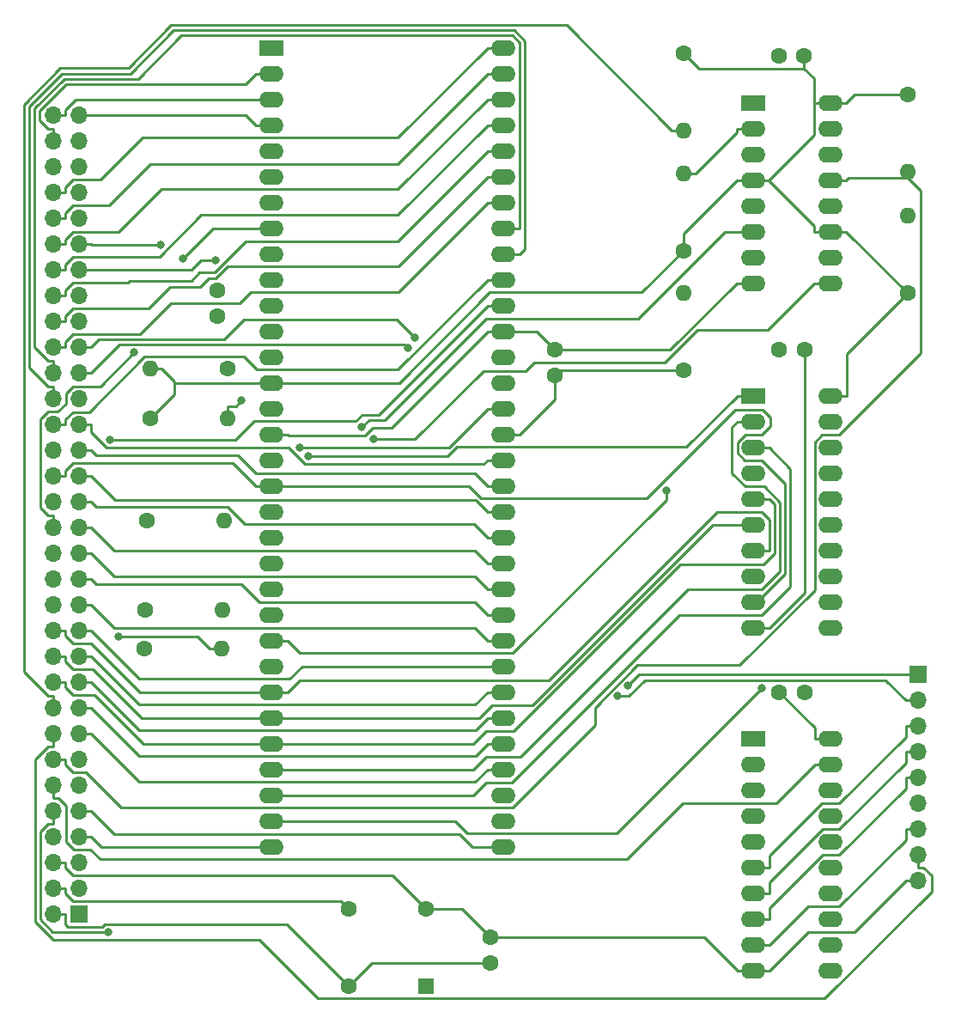
<source format=gtl>
G04 #@! TF.GenerationSoftware,KiCad,Pcbnew,(6.0.2)*
G04 #@! TF.CreationDate,2022-11-06T15:06:24-08:00*
G04 #@! TF.ProjectId,CPU Board,43505520-426f-4617-9264-2e6b69636164,1.0*
G04 #@! TF.SameCoordinates,Original*
G04 #@! TF.FileFunction,Copper,L1,Top*
G04 #@! TF.FilePolarity,Positive*
%FSLAX46Y46*%
G04 Gerber Fmt 4.6, Leading zero omitted, Abs format (unit mm)*
G04 Created by KiCad (PCBNEW (6.0.2)) date 2022-11-06 15:06:24*
%MOMM*%
%LPD*%
G01*
G04 APERTURE LIST*
G04 #@! TA.AperFunction,ComponentPad*
%ADD10O,1.700000X1.700000*%
G04 #@! TD*
G04 #@! TA.AperFunction,ComponentPad*
%ADD11R,1.700000X1.700000*%
G04 #@! TD*
G04 #@! TA.AperFunction,ComponentPad*
%ADD12C,1.600000*%
G04 #@! TD*
G04 #@! TA.AperFunction,ComponentPad*
%ADD13O,1.600000X1.600000*%
G04 #@! TD*
G04 #@! TA.AperFunction,ComponentPad*
%ADD14R,2.400000X1.600000*%
G04 #@! TD*
G04 #@! TA.AperFunction,ComponentPad*
%ADD15O,2.400000X1.600000*%
G04 #@! TD*
G04 #@! TA.AperFunction,ComponentPad*
%ADD16R,1.600000X1.600000*%
G04 #@! TD*
G04 #@! TA.AperFunction,ViaPad*
%ADD17C,0.800000*%
G04 #@! TD*
G04 #@! TA.AperFunction,Conductor*
%ADD18C,0.254000*%
G04 #@! TD*
G04 APERTURE END LIST*
D10*
X185928000Y-132588000D03*
X185928000Y-130048000D03*
X185928000Y-127508000D03*
X185928000Y-124968000D03*
X185928000Y-122428000D03*
X185928000Y-119888000D03*
X185928000Y-117348000D03*
X185928000Y-114808000D03*
D11*
X185928000Y-112268000D03*
D12*
X117800000Y-82150000D03*
D13*
X110180000Y-82150000D03*
D12*
X172222000Y-114046000D03*
X174722000Y-114046000D03*
D14*
X169620000Y-55940000D03*
D15*
X169620000Y-58480000D03*
X169620000Y-61020000D03*
X169620000Y-63560000D03*
X169620000Y-66100000D03*
X169620000Y-68640000D03*
X169620000Y-71180000D03*
X169620000Y-73720000D03*
X177240000Y-73720000D03*
X177240000Y-71180000D03*
X177240000Y-68640000D03*
X177240000Y-66100000D03*
X177240000Y-63560000D03*
X177240000Y-61020000D03*
X177240000Y-58480000D03*
X177240000Y-55940000D03*
D12*
X110180000Y-87012000D03*
D13*
X117800000Y-87012000D03*
D16*
X137414000Y-143002000D03*
D12*
X137414000Y-135382000D03*
X129794000Y-135382000D03*
X129794000Y-143002000D03*
X172202000Y-80259000D03*
X174702000Y-80259000D03*
X109870000Y-97122000D03*
D13*
X117490000Y-97122000D03*
D11*
X103160000Y-135895000D03*
D10*
X100620000Y-135895000D03*
X103160000Y-133355000D03*
X100620000Y-133355000D03*
X103160000Y-130815000D03*
X100620000Y-130815000D03*
X103160000Y-128275000D03*
X100620000Y-128275000D03*
X103160000Y-125735000D03*
X100620000Y-125735000D03*
X103160000Y-123195000D03*
X100620000Y-123195000D03*
X103160000Y-120655000D03*
X100620000Y-120655000D03*
X103160000Y-118115000D03*
X100620000Y-118115000D03*
X103160000Y-115575000D03*
X100620000Y-115575000D03*
X103160000Y-113035000D03*
X100620000Y-113035000D03*
X103160000Y-110495000D03*
X100620000Y-110495000D03*
X103160000Y-107955000D03*
X100620000Y-107955000D03*
X103160000Y-105415000D03*
X100620000Y-105415000D03*
X103160000Y-102875000D03*
X100620000Y-102875000D03*
X103160000Y-100335000D03*
X100620000Y-100335000D03*
X103160000Y-97795000D03*
X100620000Y-97795000D03*
X103160000Y-95255000D03*
X100620000Y-95255000D03*
X103160000Y-92715000D03*
X100620000Y-92715000D03*
X103160000Y-90175000D03*
X100620000Y-90175000D03*
X103160000Y-87635000D03*
X100620000Y-87635000D03*
X103160000Y-85095000D03*
X100620000Y-85095000D03*
X103160000Y-82555000D03*
X100620000Y-82555000D03*
X103160000Y-80015000D03*
X100620000Y-80015000D03*
X103160000Y-77475000D03*
X100620000Y-77475000D03*
X103160000Y-74935000D03*
X100620000Y-74935000D03*
X103160000Y-72395000D03*
X100620000Y-72395000D03*
X103160000Y-69855000D03*
X100620000Y-69855000D03*
X103160000Y-67315000D03*
X100620000Y-67315000D03*
X103160000Y-64775000D03*
X100620000Y-64775000D03*
X103160000Y-62235000D03*
X100620000Y-62235000D03*
X103160000Y-59695000D03*
X100620000Y-59695000D03*
X103160000Y-57155000D03*
X100620000Y-57155000D03*
D12*
X184912000Y-74676000D03*
D13*
X184912000Y-67056000D03*
D12*
X174670000Y-51310000D03*
X172170000Y-51310000D03*
D14*
X169672000Y-84836000D03*
D15*
X169672000Y-87376000D03*
X169672000Y-89916000D03*
X169672000Y-92456000D03*
X169672000Y-94996000D03*
X169672000Y-97536000D03*
X169672000Y-100076000D03*
X169672000Y-102616000D03*
X169672000Y-105156000D03*
X169672000Y-107696000D03*
X177292000Y-107696000D03*
X177292000Y-105156000D03*
X177292000Y-102616000D03*
X177292000Y-100076000D03*
X177292000Y-97536000D03*
X177292000Y-94996000D03*
X177292000Y-92456000D03*
X177292000Y-89916000D03*
X177292000Y-87376000D03*
X177292000Y-84836000D03*
D12*
X162814000Y-70485000D03*
D13*
X162814000Y-62865000D03*
D12*
X162814000Y-51054000D03*
D13*
X162814000Y-58674000D03*
D14*
X169672000Y-118618000D03*
D15*
X169672000Y-121158000D03*
X169672000Y-123698000D03*
X169672000Y-126238000D03*
X169672000Y-128778000D03*
X169672000Y-131318000D03*
X169672000Y-133858000D03*
X169672000Y-136398000D03*
X169672000Y-138938000D03*
X169672000Y-141478000D03*
X177292000Y-141478000D03*
X177292000Y-138938000D03*
X177292000Y-136398000D03*
X177292000Y-133858000D03*
X177292000Y-131318000D03*
X177292000Y-128778000D03*
X177292000Y-126238000D03*
X177292000Y-123698000D03*
X177292000Y-121158000D03*
X177292000Y-118618000D03*
D12*
X150114000Y-80284000D03*
X150114000Y-82784000D03*
X109640000Y-109722000D03*
D13*
X117260000Y-109722000D03*
D12*
X143764000Y-140696000D03*
X143764000Y-138196000D03*
X109700000Y-105942000D03*
D13*
X117320000Y-105942000D03*
D14*
X122179000Y-50541000D03*
D15*
X122179000Y-53081000D03*
X122179000Y-55621000D03*
X122179000Y-58161000D03*
X122179000Y-60701000D03*
X122179000Y-63241000D03*
X122179000Y-65781000D03*
X122179000Y-68321000D03*
X122179000Y-70861000D03*
X122179000Y-73401000D03*
X122179000Y-75941000D03*
X122179000Y-78481000D03*
X122179000Y-81021000D03*
X122179000Y-83561000D03*
X122179000Y-86101000D03*
X122179000Y-88641000D03*
X122179000Y-91181000D03*
X122179000Y-93721000D03*
X122179000Y-96261000D03*
X122179000Y-98801000D03*
X122179000Y-101341000D03*
X122179000Y-103881000D03*
X122179000Y-106421000D03*
X122179000Y-108961000D03*
X122179000Y-111501000D03*
X122179000Y-114041000D03*
X122179000Y-116581000D03*
X122179000Y-119121000D03*
X122179000Y-121661000D03*
X122179000Y-124201000D03*
X122179000Y-126741000D03*
X122179000Y-129281000D03*
X145039000Y-129281000D03*
X145039000Y-126741000D03*
X145039000Y-124201000D03*
X145039000Y-121661000D03*
X145039000Y-119121000D03*
X145039000Y-116581000D03*
X145039000Y-114041000D03*
X145039000Y-111501000D03*
X145039000Y-108961000D03*
X145039000Y-106421000D03*
X145039000Y-103881000D03*
X145039000Y-101341000D03*
X145039000Y-98801000D03*
X145039000Y-96261000D03*
X145039000Y-93721000D03*
X145039000Y-91181000D03*
X145039000Y-88641000D03*
X145039000Y-86101000D03*
X145039000Y-83561000D03*
X145039000Y-81021000D03*
X145039000Y-78481000D03*
X145039000Y-75941000D03*
X145039000Y-73401000D03*
X145039000Y-70861000D03*
X145039000Y-68321000D03*
X145039000Y-65781000D03*
X145039000Y-63241000D03*
X145039000Y-60701000D03*
X145039000Y-58161000D03*
X145039000Y-55621000D03*
X145039000Y-53081000D03*
X145039000Y-50541000D03*
D12*
X116840000Y-76942000D03*
X116840000Y-74442000D03*
X162814000Y-82296000D03*
D13*
X162814000Y-74676000D03*
D12*
X184912000Y-55118000D03*
D13*
X184912000Y-62738000D03*
D17*
X106037500Y-137647600D03*
X132219500Y-89095400D03*
X161076500Y-94137600D03*
X131066000Y-87894200D03*
X119200000Y-85281000D03*
X111220000Y-69901000D03*
X116660500Y-71423800D03*
X156309000Y-114395400D03*
X157325700Y-113378600D03*
X113432800Y-71301200D03*
X108639900Y-80543600D03*
X106248400Y-89117900D03*
X125793000Y-90739700D03*
X107116900Y-108520700D03*
X136308000Y-79060600D03*
X135637300Y-80108900D03*
X124959600Y-89906700D03*
X170515000Y-113617600D03*
D18*
X101130200Y-124426300D02*
X100620000Y-124426300D01*
X101890000Y-125186100D02*
X101130200Y-124426300D01*
X101890000Y-128747700D02*
X101890000Y-125186100D01*
X102648700Y-129506400D02*
X101890000Y-128747700D01*
X104317900Y-129506400D02*
X102648700Y-129506400D01*
X105283100Y-130471600D02*
X104317900Y-129506400D01*
X157225200Y-130471600D02*
X105283100Y-130471600D01*
X162728800Y-124968000D02*
X157225200Y-130471600D01*
X171900700Y-124968000D02*
X162728800Y-124968000D01*
X175710700Y-121158000D02*
X171900700Y-124968000D01*
X177292000Y-121158000D02*
X175710700Y-121158000D01*
X100620000Y-123195000D02*
X100620000Y-124426300D01*
X100109800Y-126966300D02*
X100620000Y-126966300D01*
X99359000Y-127717100D02*
X100109800Y-126966300D01*
X99359000Y-136412700D02*
X99359000Y-127717100D01*
X100593900Y-137647600D02*
X99359000Y-136412700D01*
X106037500Y-137647600D02*
X100593900Y-137647600D01*
X100620000Y-125735000D02*
X100620000Y-126966300D01*
X177240000Y-73720000D02*
X175658700Y-73720000D01*
X136328400Y-89095400D02*
X132219500Y-89095400D01*
X143044200Y-82379600D02*
X136328400Y-89095400D01*
X147214600Y-82379600D02*
X143044200Y-82379600D01*
X148060200Y-81534000D02*
X147214600Y-82379600D01*
X160943700Y-81534000D02*
X148060200Y-81534000D01*
X164168800Y-78308900D02*
X160943700Y-81534000D01*
X171069800Y-78308900D02*
X164168800Y-78308900D01*
X175658700Y-73720000D02*
X171069800Y-78308900D01*
X161076500Y-95046600D02*
X161076500Y-94137600D01*
X145971500Y-110151600D02*
X161076500Y-95046600D01*
X124950900Y-110151600D02*
X145971500Y-110151600D01*
X123760300Y-108961000D02*
X124950900Y-110151600D01*
X122179000Y-108961000D02*
X123760300Y-108961000D01*
X131807400Y-87152800D02*
X131066000Y-87894200D01*
X133376400Y-87152800D02*
X131807400Y-87152800D01*
X143318200Y-77211000D02*
X133376400Y-87152800D01*
X158311800Y-77211000D02*
X143318200Y-77211000D01*
X166882800Y-68640000D02*
X158311800Y-77211000D01*
X169620000Y-68640000D02*
X166882800Y-68640000D01*
X100620000Y-115575000D02*
X100620000Y-114343700D01*
X162814000Y-58674000D02*
X161632700Y-58674000D01*
X100109800Y-114343700D02*
X100620000Y-114343700D01*
X97774100Y-112008000D02*
X100109800Y-114343700D01*
X97774100Y-56080200D02*
X97774100Y-112008000D01*
X101358000Y-52496300D02*
X97774100Y-56080200D01*
X108063400Y-52496300D02*
X101358000Y-52496300D01*
X112272400Y-48287300D02*
X108063400Y-52496300D01*
X151246000Y-48287300D02*
X112272400Y-48287300D01*
X161632700Y-58674000D02*
X151246000Y-48287300D01*
X110180000Y-82150000D02*
X111361300Y-82150000D01*
X132100000Y-140696000D02*
X129794000Y-143002000D01*
X143764000Y-140696000D02*
X132100000Y-140696000D01*
X169620000Y-63560000D02*
X168038700Y-63560000D01*
X100620000Y-135895000D02*
X101851300Y-135895000D01*
X122179000Y-83561000D02*
X120597700Y-83561000D01*
X177240000Y-55940000D02*
X175785800Y-55940000D01*
X179643300Y-55118000D02*
X178821300Y-55940000D01*
X184912000Y-55118000D02*
X179643300Y-55118000D01*
X177240000Y-55940000D02*
X178821300Y-55940000D01*
X162814000Y-68784700D02*
X168038700Y-63560000D01*
X162814000Y-70485000D02*
X162814000Y-68784700D01*
X174670000Y-52526300D02*
X174670000Y-51310000D01*
X164286300Y-52526300D02*
X162814000Y-51054000D01*
X174670000Y-52526300D02*
X164286300Y-52526300D01*
X177292000Y-84836000D02*
X178873300Y-84836000D01*
X120597700Y-83561000D02*
X112578400Y-83561000D01*
X112578400Y-83367100D02*
X112578400Y-83561000D01*
X111361300Y-82150000D02*
X112578400Y-83367100D01*
X112578400Y-84613600D02*
X110180000Y-87012000D01*
X112578400Y-83561000D02*
X112578400Y-84613600D01*
X122179000Y-83561000D02*
X123760300Y-83561000D01*
X101851300Y-136895500D02*
X101851300Y-135895000D01*
X102082100Y-137126300D02*
X101851300Y-136895500D01*
X105454000Y-137126300D02*
X102082100Y-137126300D01*
X105714000Y-136866300D02*
X105454000Y-137126300D01*
X123658300Y-136866300D02*
X105714000Y-136866300D01*
X129794000Y-143002000D02*
X123658300Y-136866300D01*
X175658700Y-53515000D02*
X174670000Y-52526300D01*
X175658700Y-55940000D02*
X175658700Y-53515000D01*
X175785800Y-55940000D02*
X175658700Y-55940000D01*
X175658700Y-59102600D02*
X171201300Y-63560000D01*
X175658700Y-55940000D02*
X175658700Y-59102600D01*
X177240000Y-68640000D02*
X178821300Y-68640000D01*
X169620000Y-63560000D02*
X171074200Y-63560000D01*
X171074200Y-63560000D02*
X171201300Y-63560000D01*
X175658700Y-68017400D02*
X175658700Y-68640000D01*
X171201300Y-63560000D02*
X175658700Y-68017400D01*
X177240000Y-68640000D02*
X175658700Y-68640000D01*
X158689500Y-74609500D02*
X162814000Y-70485000D01*
X143686700Y-74609500D02*
X158689500Y-74609500D01*
X134735200Y-83561000D02*
X143686700Y-74609500D01*
X123760300Y-83561000D02*
X134735200Y-83561000D01*
X145039000Y-88641000D02*
X146620300Y-88641000D01*
X150602000Y-82296000D02*
X150114000Y-82784000D01*
X162814000Y-82296000D02*
X150602000Y-82296000D01*
X150114000Y-85147300D02*
X146620300Y-88641000D01*
X150114000Y-82784000D02*
X150114000Y-85147300D01*
X178821300Y-68640000D02*
X184884700Y-74703300D01*
X178873300Y-80714700D02*
X184884700Y-74703300D01*
X178873300Y-84836000D02*
X178873300Y-80714700D01*
X184884700Y-74703300D02*
X184912000Y-74676000D01*
X175710700Y-117534700D02*
X175710700Y-118618000D01*
X172222000Y-114046000D02*
X175710700Y-117534700D01*
X177292000Y-118618000D02*
X175710700Y-118618000D01*
X118650300Y-85830700D02*
X117800000Y-85830700D01*
X119200000Y-85281000D02*
X118650300Y-85830700D01*
X117800000Y-87012000D02*
X117800000Y-85830700D01*
X103160000Y-69855000D02*
X104391300Y-69855000D01*
X104437300Y-69901000D02*
X111220000Y-69901000D01*
X104391300Y-69855000D02*
X104437300Y-69901000D01*
X103160000Y-72395000D02*
X104391300Y-72395000D01*
X114254400Y-72395000D02*
X104391300Y-72395000D01*
X115225600Y-71423800D02*
X114254400Y-72395000D01*
X116660500Y-71423800D02*
X115225600Y-71423800D01*
X100620000Y-107955000D02*
X101851300Y-107955000D01*
X122179000Y-114041000D02*
X123760300Y-114041000D01*
X169672000Y-100076000D02*
X171253300Y-100076000D01*
X109213900Y-114041000D02*
X122179000Y-114041000D01*
X104397900Y-109225000D02*
X109213900Y-114041000D01*
X102611100Y-109225000D02*
X104397900Y-109225000D01*
X101851300Y-108465200D02*
X102611100Y-109225000D01*
X101851300Y-107955000D02*
X101851300Y-108465200D01*
X171253300Y-97018200D02*
X171253300Y-100076000D01*
X170501100Y-96266000D02*
X171253300Y-97018200D01*
X166087200Y-96266000D02*
X170501100Y-96266000D01*
X149493600Y-112859600D02*
X166087200Y-96266000D01*
X124941700Y-112859600D02*
X149493600Y-112859600D01*
X123760300Y-114041000D02*
X124941700Y-112859600D01*
X100620000Y-110495000D02*
X101851300Y-110495000D01*
X109357200Y-116581000D02*
X122179000Y-116581000D01*
X104541200Y-111765000D02*
X109357200Y-116581000D01*
X102611100Y-111765000D02*
X104541200Y-111765000D01*
X101851300Y-111005200D02*
X102611100Y-111765000D01*
X101851300Y-110495000D02*
X101851300Y-111005200D01*
X169672000Y-97536000D02*
X168090700Y-97536000D01*
X165666000Y-97536000D02*
X168090700Y-97536000D01*
X147891000Y-115311000D02*
X165666000Y-97536000D01*
X143915400Y-115311000D02*
X147891000Y-115311000D01*
X142645400Y-116581000D02*
X143915400Y-115311000D01*
X122179000Y-116581000D02*
X142645400Y-116581000D01*
X100620000Y-113035000D02*
X101851300Y-113035000D01*
X169672000Y-94996000D02*
X171253300Y-94996000D01*
X109530800Y-119121000D02*
X122179000Y-119121000D01*
X104714800Y-114305000D02*
X109530800Y-119121000D01*
X102611100Y-114305000D02*
X104714800Y-114305000D01*
X101851300Y-113545200D02*
X102611100Y-114305000D01*
X101851300Y-113035000D02*
X101851300Y-113545200D01*
X142048200Y-119121000D02*
X122179000Y-119121000D01*
X143294800Y-117874400D02*
X142048200Y-119121000D01*
X146046600Y-117874400D02*
X143294800Y-117874400D01*
X162501300Y-101419700D02*
X146046600Y-117874400D01*
X170644000Y-101419700D02*
X162501300Y-101419700D01*
X171771700Y-100292000D02*
X170644000Y-101419700D01*
X171771700Y-95514400D02*
X171771700Y-100292000D01*
X171253300Y-94996000D02*
X171771700Y-95514400D01*
X100620000Y-118115000D02*
X100620000Y-119346300D01*
X185928000Y-130048000D02*
X185928000Y-131279300D01*
X186438200Y-131279300D02*
X185928000Y-131279300D01*
X187236600Y-132077700D02*
X186438200Y-131279300D01*
X187236600Y-133636400D02*
X187236600Y-132077700D01*
X176689600Y-144183400D02*
X187236600Y-133636400D01*
X126756300Y-144183400D02*
X176689600Y-144183400D01*
X121001800Y-138428900D02*
X126756300Y-144183400D01*
X100656400Y-138428900D02*
X121001800Y-138428900D01*
X98850700Y-136623200D02*
X100656400Y-138428900D01*
X98850700Y-120653900D02*
X98850700Y-136623200D01*
X100158300Y-119346300D02*
X98850700Y-120653900D01*
X100620000Y-119346300D02*
X100158300Y-119346300D01*
X184696700Y-128559000D02*
X184696700Y-127508000D01*
X178127700Y-135128000D02*
X184696700Y-128559000D01*
X175063300Y-135128000D02*
X178127700Y-135128000D01*
X171253300Y-138938000D02*
X175063300Y-135128000D01*
X169672000Y-138938000D02*
X171253300Y-138938000D01*
X185928000Y-127508000D02*
X184696700Y-127508000D01*
X100620000Y-92715000D02*
X101851300Y-92715000D01*
X122069500Y-93721000D02*
X120597700Y-93721000D01*
X118321700Y-91445000D02*
X120597700Y-93721000D01*
X102611100Y-91445000D02*
X118321700Y-91445000D01*
X101851300Y-92204800D02*
X102611100Y-91445000D01*
X101851300Y-92715000D02*
X101851300Y-92204800D01*
X122069500Y-93721000D02*
X122179000Y-93721000D01*
X141636700Y-93721000D02*
X122179000Y-93721000D01*
X142848400Y-94932700D02*
X141636700Y-93721000D01*
X159176700Y-94932700D02*
X142848400Y-94932700D01*
X167917600Y-86191800D02*
X159176700Y-94932700D01*
X170596600Y-86191800D02*
X167917600Y-86191800D01*
X171324900Y-86920100D02*
X170596600Y-86191800D01*
X171324900Y-87793900D02*
X171324900Y-86920100D01*
X170472800Y-88646000D02*
X171324900Y-87793900D01*
X168857300Y-88646000D02*
X170472800Y-88646000D01*
X168090700Y-89412600D02*
X168857300Y-88646000D01*
X168090700Y-90441900D02*
X168090700Y-89412600D01*
X168834800Y-91186000D02*
X168090700Y-90441900D01*
X170514100Y-91186000D02*
X168834800Y-91186000D01*
X172813500Y-93485400D02*
X170514100Y-91186000D01*
X172813500Y-102311400D02*
X172813500Y-93485400D01*
X169968900Y-105156000D02*
X172813500Y-102311400D01*
X169672000Y-105156000D02*
X169968900Y-105156000D01*
X185928000Y-114808000D02*
X184696700Y-114808000D01*
X182714700Y-112826000D02*
X184696700Y-114808000D01*
X158983100Y-112826000D02*
X182714700Y-112826000D01*
X157413700Y-114395400D02*
X158983100Y-112826000D01*
X156309000Y-114395400D02*
X157413700Y-114395400D01*
X185928000Y-112268000D02*
X184696700Y-112268000D01*
X158436300Y-112268000D02*
X184696700Y-112268000D01*
X157325700Y-113378600D02*
X158436300Y-112268000D01*
X184696700Y-123479000D02*
X184696700Y-122428000D01*
X178127700Y-130048000D02*
X184696700Y-123479000D01*
X176491400Y-130048000D02*
X178127700Y-130048000D01*
X171253300Y-135286100D02*
X176491400Y-130048000D01*
X171253300Y-136398000D02*
X171253300Y-135286100D01*
X169672000Y-136398000D02*
X171253300Y-136398000D01*
X185928000Y-122428000D02*
X184696700Y-122428000D01*
X116413000Y-68321000D02*
X113432800Y-71301200D01*
X122179000Y-68321000D02*
X116413000Y-68321000D01*
X100109800Y-96563700D02*
X100620000Y-96563700D01*
X99363200Y-95817100D02*
X100109800Y-96563700D01*
X99363200Y-87142800D02*
X99363200Y-95817100D01*
X100141000Y-86365000D02*
X99363200Y-87142800D01*
X101108400Y-86365000D02*
X100141000Y-86365000D01*
X101890000Y-85583400D02*
X101108400Y-86365000D01*
X101890000Y-84547300D02*
X101890000Y-85583400D01*
X102573700Y-83863600D02*
X101890000Y-84547300D01*
X105319900Y-83863600D02*
X102573700Y-83863600D01*
X108639900Y-80543600D02*
X105319900Y-83863600D01*
X100620000Y-97795000D02*
X100620000Y-96563700D01*
X184696700Y-120939000D02*
X184696700Y-119888000D01*
X178127700Y-127508000D02*
X184696700Y-120939000D01*
X176491400Y-127508000D02*
X178127700Y-127508000D01*
X171253300Y-132746100D02*
X176491400Y-127508000D01*
X171253300Y-133858000D02*
X171253300Y-132746100D01*
X169672000Y-133858000D02*
X171253300Y-133858000D01*
X185928000Y-119888000D02*
X184696700Y-119888000D01*
X145039000Y-75941000D02*
X143457700Y-75941000D01*
X118633200Y-89117900D02*
X106248400Y-89117900D01*
X120468700Y-87282400D02*
X118633200Y-89117900D01*
X130464700Y-87282400D02*
X120468700Y-87282400D01*
X131102600Y-86644500D02*
X130464700Y-87282400D01*
X132754200Y-86644500D02*
X131102600Y-86644500D01*
X143457700Y-75941000D02*
X132754200Y-86644500D01*
X100620000Y-87635000D02*
X101851300Y-87635000D01*
X145039000Y-73401000D02*
X143457700Y-73401000D01*
X134635200Y-82223500D02*
X143457700Y-73401000D01*
X120723100Y-82223500D02*
X134635200Y-82223500D01*
X119468200Y-80968600D02*
X120723100Y-82223500D01*
X109661700Y-80968600D02*
X119468200Y-80968600D01*
X104226700Y-86403600D02*
X109661700Y-80968600D01*
X102572500Y-86403600D02*
X104226700Y-86403600D01*
X101851300Y-87124800D02*
X102572500Y-86403600D01*
X101851300Y-87635000D02*
X101851300Y-87124800D01*
X147171900Y-70309400D02*
X146620300Y-70861000D01*
X147171900Y-49815200D02*
X147171900Y-70309400D01*
X146152300Y-48795600D02*
X147171900Y-49815200D01*
X112526400Y-48795600D02*
X146152300Y-48795600D01*
X108263600Y-53058400D02*
X112526400Y-48795600D01*
X101514700Y-53058400D02*
X108263600Y-53058400D01*
X98282400Y-56290700D02*
X101514700Y-53058400D01*
X98282400Y-81987900D02*
X98282400Y-56290700D01*
X100158200Y-83863700D02*
X98282400Y-81987900D01*
X100620000Y-83863700D02*
X100158200Y-83863700D01*
X100620000Y-85095000D02*
X100620000Y-83863700D01*
X145039000Y-70861000D02*
X146620300Y-70861000D01*
X100109800Y-81323700D02*
X100620000Y-81323700D01*
X98790700Y-80004600D02*
X100109800Y-81323700D01*
X98790700Y-56501200D02*
X98790700Y-80004600D01*
X101725100Y-53566800D02*
X98790700Y-56501200D01*
X108994000Y-53566800D02*
X101725100Y-53566800D01*
X113256900Y-49303900D02*
X108994000Y-53566800D01*
X145923400Y-49303900D02*
X113256900Y-49303900D01*
X146620300Y-50000800D02*
X145923400Y-49303900D01*
X146620300Y-68321000D02*
X146620300Y-50000800D01*
X145039000Y-68321000D02*
X146620300Y-68321000D01*
X100620000Y-82555000D02*
X100620000Y-81323700D01*
X145039000Y-65781000D02*
X143457700Y-65781000D01*
X100620000Y-80015000D02*
X101851300Y-80015000D01*
X101851300Y-79504800D02*
X101851300Y-80015000D01*
X102611100Y-78745000D02*
X101851300Y-79504800D01*
X109210500Y-78745000D02*
X102611100Y-78745000D01*
X112263500Y-75692000D02*
X109210500Y-78745000D01*
X118992900Y-75692000D02*
X112263500Y-75692000D01*
X120102500Y-74582400D02*
X118992900Y-75692000D01*
X134656300Y-74582400D02*
X120102500Y-74582400D01*
X143457700Y-65781000D02*
X134656300Y-74582400D01*
X145039000Y-63241000D02*
X143457700Y-63241000D01*
X100620000Y-77475000D02*
X101851300Y-77475000D01*
X134646800Y-72051900D02*
X143457700Y-63241000D01*
X117858600Y-72051900D02*
X134646800Y-72051900D01*
X116688800Y-73221700D02*
X117858600Y-72051900D01*
X115980700Y-73221700D02*
X116688800Y-73221700D01*
X115137200Y-74065200D02*
X115980700Y-73221700D01*
X112163000Y-74065200D02*
X115137200Y-74065200D01*
X110023200Y-76205000D02*
X112163000Y-74065200D01*
X102611100Y-76205000D02*
X110023200Y-76205000D01*
X101851300Y-76964800D02*
X102611100Y-76205000D01*
X101851300Y-77475000D02*
X101851300Y-76964800D01*
X101851300Y-74424800D02*
X101851300Y-74935000D01*
X102611100Y-73665000D02*
X101851300Y-74424800D01*
X107992100Y-73665000D02*
X102611100Y-73665000D01*
X108175300Y-73481800D02*
X107992100Y-73665000D01*
X114245700Y-73481800D02*
X108175300Y-73481800D01*
X115078400Y-72649100D02*
X114245700Y-73481800D01*
X116542400Y-72649100D02*
X115078400Y-72649100D01*
X119600500Y-69591000D02*
X116542400Y-72649100D01*
X134567700Y-69591000D02*
X119600500Y-69591000D01*
X143457700Y-60701000D02*
X134567700Y-69591000D01*
X145039000Y-60701000D02*
X143457700Y-60701000D01*
X100620000Y-74935000D02*
X101851300Y-74935000D01*
X145039000Y-58161000D02*
X143457700Y-58161000D01*
X100620000Y-72395000D02*
X101851300Y-72395000D01*
X101851300Y-71884800D02*
X101851300Y-72395000D01*
X102611100Y-71125000D02*
X101851300Y-71884800D01*
X111111800Y-71125000D02*
X102611100Y-71125000D01*
X115247300Y-66989500D02*
X111111800Y-71125000D01*
X134629200Y-66989500D02*
X115247300Y-66989500D01*
X143457700Y-58161000D02*
X134629200Y-66989500D01*
X100620000Y-69855000D02*
X101851300Y-69855000D01*
X145039000Y-55621000D02*
X143457700Y-55621000D01*
X101851300Y-69393200D02*
X101851300Y-69855000D01*
X102620800Y-68623700D02*
X101851300Y-69393200D01*
X107123400Y-68623700D02*
X102620800Y-68623700D01*
X111297600Y-64449500D02*
X107123400Y-68623700D01*
X134629200Y-64449500D02*
X111297600Y-64449500D01*
X143457700Y-55621000D02*
X134629200Y-64449500D01*
X145039000Y-53081000D02*
X143457700Y-53081000D01*
X100620000Y-67315000D02*
X101851300Y-67315000D01*
X101851300Y-66804800D02*
X101851300Y-67315000D01*
X102611100Y-66045000D02*
X101851300Y-66804800D01*
X106177300Y-66045000D02*
X102611100Y-66045000D01*
X110251300Y-61971000D02*
X106177300Y-66045000D01*
X134567700Y-61971000D02*
X110251300Y-61971000D01*
X143457700Y-53081000D02*
X134567700Y-61971000D01*
X101851300Y-64264800D02*
X101851300Y-64775000D01*
X102611100Y-63505000D02*
X101851300Y-64264800D01*
X105306200Y-63505000D02*
X102611100Y-63505000D01*
X109445100Y-59366100D02*
X105306200Y-63505000D01*
X134632600Y-59366100D02*
X109445100Y-59366100D01*
X143457700Y-50541000D02*
X134632600Y-59366100D01*
X145039000Y-50541000D02*
X143457700Y-50541000D01*
X100620000Y-64775000D02*
X101851300Y-64775000D01*
X122179000Y-53081000D02*
X120597700Y-53081000D01*
X100620000Y-59695000D02*
X100620000Y-58463700D01*
X119592000Y-54086700D02*
X120597700Y-53081000D01*
X101946900Y-54086700D02*
X119592000Y-54086700D01*
X99311400Y-56722200D02*
X101946900Y-54086700D01*
X99311400Y-57665300D02*
X99311400Y-56722200D01*
X100109800Y-58463700D02*
X99311400Y-57665300D01*
X100620000Y-58463700D02*
X100109800Y-58463700D01*
X101851300Y-56644800D02*
X101851300Y-57155000D01*
X102875100Y-55621000D02*
X101851300Y-56644800D01*
X122179000Y-55621000D02*
X102875100Y-55621000D01*
X100620000Y-57155000D02*
X101851300Y-57155000D01*
X119591700Y-57155000D02*
X103160000Y-57155000D01*
X120597700Y-58161000D02*
X119591700Y-57155000D01*
X122179000Y-58161000D02*
X120597700Y-58161000D01*
X128998300Y-134586300D02*
X129794000Y-135382000D01*
X102620800Y-134586300D02*
X128998300Y-134586300D01*
X101851300Y-133816800D02*
X102620800Y-134586300D01*
X101851300Y-133355000D02*
X101851300Y-133816800D01*
X100620000Y-133355000D02*
X101851300Y-133355000D01*
X169672000Y-84836000D02*
X168090700Y-84836000D01*
X139538000Y-90739700D02*
X125793000Y-90739700D01*
X140431600Y-89846100D02*
X139538000Y-90739700D01*
X163080600Y-89846100D02*
X140431600Y-89846100D01*
X168090700Y-84836000D02*
X163080600Y-89846100D01*
X168038700Y-58821600D02*
X168038700Y-58480000D01*
X163995300Y-62865000D02*
X168038700Y-58821600D01*
X162814000Y-62865000D02*
X163995300Y-62865000D01*
X169620000Y-58480000D02*
X168038700Y-58480000D01*
X184912000Y-62738000D02*
X184912000Y-63328600D01*
X177240000Y-63560000D02*
X178821300Y-63560000D01*
X100620000Y-120655000D02*
X101851300Y-120655000D01*
X179052700Y-63328600D02*
X178821300Y-63560000D01*
X184912000Y-63328600D02*
X179052700Y-63328600D01*
X186142300Y-64558900D02*
X184912000Y-63328600D01*
X186142300Y-80623100D02*
X186142300Y-64558900D01*
X178119400Y-88646000D02*
X186142300Y-80623100D01*
X176463300Y-88646000D02*
X178119400Y-88646000D01*
X175710600Y-89398700D02*
X176463300Y-88646000D01*
X175710600Y-103965600D02*
X175710600Y-89398700D01*
X168319700Y-111356500D02*
X175710600Y-103965600D01*
X158242600Y-111356500D02*
X168319700Y-111356500D01*
X154061100Y-115538000D02*
X158242600Y-111356500D01*
X154061100Y-117260700D02*
X154061100Y-115538000D01*
X145922300Y-125399500D02*
X154061100Y-117260700D01*
X107318700Y-125399500D02*
X145922300Y-125399500D01*
X103844200Y-121925000D02*
X107318700Y-125399500D01*
X102611100Y-121925000D02*
X103844200Y-121925000D01*
X101851300Y-121165200D02*
X102611100Y-121925000D01*
X101851300Y-120655000D02*
X101851300Y-121165200D01*
X117260000Y-109722000D02*
X116078700Y-109722000D01*
X114877400Y-108520700D02*
X107116900Y-108520700D01*
X116078700Y-109722000D02*
X114877400Y-108520700D01*
X171253300Y-130146100D02*
X171253300Y-131318000D01*
X176405700Y-124993700D02*
X171253300Y-130146100D01*
X178128400Y-124993700D02*
X176405700Y-124993700D01*
X184696700Y-118425400D02*
X178128400Y-124993700D01*
X184696700Y-117348000D02*
X184696700Y-118425400D01*
X185928000Y-117348000D02*
X184696700Y-117348000D01*
X169672000Y-131318000D02*
X171253300Y-131318000D01*
X105152900Y-79253400D02*
X104391300Y-80015000D01*
X117481800Y-79253400D02*
X105152900Y-79253400D01*
X119456800Y-77278400D02*
X117481800Y-79253400D01*
X134525800Y-77278400D02*
X119456800Y-77278400D01*
X136308000Y-79060600D02*
X134525800Y-77278400D01*
X103160000Y-80015000D02*
X104391300Y-80015000D01*
X107184000Y-79762300D02*
X104391300Y-82555000D01*
X135290700Y-79762300D02*
X107184000Y-79762300D01*
X135637300Y-80108900D02*
X135290700Y-79762300D01*
X103160000Y-82555000D02*
X104391300Y-82555000D01*
X145039000Y-86101000D02*
X143457700Y-86101000D01*
X139652000Y-89906700D02*
X124959600Y-89906700D01*
X143457700Y-86101000D02*
X139652000Y-89906700D01*
X145039000Y-91181000D02*
X143457700Y-91181000D01*
X103160000Y-87635000D02*
X104391300Y-87635000D01*
X143104700Y-91534000D02*
X143457700Y-91181000D01*
X125468500Y-91534000D02*
X143104700Y-91534000D01*
X123833700Y-89899200D02*
X125468500Y-91534000D01*
X105924900Y-89899200D02*
X123833700Y-89899200D01*
X104391300Y-88365600D02*
X105924900Y-89899200D01*
X104391300Y-87635000D02*
X104391300Y-88365600D01*
X104901400Y-90685100D02*
X104391300Y-90175000D01*
X118831700Y-90685100D02*
X104901400Y-90685100D01*
X120597600Y-92451000D02*
X118831700Y-90685100D01*
X142187700Y-92451000D02*
X120597600Y-92451000D01*
X143457700Y-93721000D02*
X142187700Y-92451000D01*
X145039000Y-93721000D02*
X143457700Y-93721000D01*
X103160000Y-90175000D02*
X104391300Y-90175000D01*
X103160000Y-92715000D02*
X104391300Y-92715000D01*
X145039000Y-96261000D02*
X143457700Y-96261000D01*
X106754300Y-95078000D02*
X104391300Y-92715000D01*
X142274700Y-95078000D02*
X106754300Y-95078000D01*
X143457700Y-96261000D02*
X142274700Y-95078000D01*
X104895500Y-95759200D02*
X104391300Y-95255000D01*
X117857000Y-95759200D02*
X104895500Y-95759200D01*
X119540800Y-97443000D02*
X117857000Y-95759200D01*
X142099700Y-97443000D02*
X119540800Y-97443000D01*
X143457700Y-98801000D02*
X142099700Y-97443000D01*
X145039000Y-98801000D02*
X143457700Y-98801000D01*
X103160000Y-95255000D02*
X104391300Y-95255000D01*
X106667300Y-100071000D02*
X104391300Y-97795000D01*
X142187700Y-100071000D02*
X106667300Y-100071000D01*
X143457700Y-101341000D02*
X142187700Y-100071000D01*
X145039000Y-101341000D02*
X143457700Y-101341000D01*
X103160000Y-97795000D02*
X104391300Y-97795000D01*
X106667300Y-102611000D02*
X104391300Y-100335000D01*
X142187700Y-102611000D02*
X106667300Y-102611000D01*
X143457700Y-103881000D02*
X142187700Y-102611000D01*
X145039000Y-103881000D02*
X143457700Y-103881000D01*
X103160000Y-100335000D02*
X104391300Y-100335000D01*
X104901400Y-103385100D02*
X104391300Y-102875000D01*
X119222100Y-103385100D02*
X104901400Y-103385100D01*
X120988000Y-105151000D02*
X119222100Y-103385100D01*
X142187700Y-105151000D02*
X120988000Y-105151000D01*
X143457700Y-106421000D02*
X142187700Y-105151000D01*
X145039000Y-106421000D02*
X143457700Y-106421000D01*
X103160000Y-102875000D02*
X104391300Y-102875000D01*
X106667300Y-107691000D02*
X104391300Y-105415000D01*
X142187700Y-107691000D02*
X106667300Y-107691000D01*
X143457700Y-108961000D02*
X142187700Y-107691000D01*
X145039000Y-108961000D02*
X143457700Y-108961000D01*
X103160000Y-105415000D02*
X104391300Y-105415000D01*
X109138200Y-112701900D02*
X104391300Y-107955000D01*
X123968900Y-112701900D02*
X109138200Y-112701900D01*
X125169800Y-111501000D02*
X123968900Y-112701900D01*
X145039000Y-111501000D02*
X125169800Y-111501000D01*
X103160000Y-107955000D02*
X104391300Y-107955000D01*
X142238300Y-115260400D02*
X143457700Y-114041000D01*
X109156700Y-115260400D02*
X142238300Y-115260400D01*
X104391300Y-110495000D02*
X109156700Y-115260400D01*
X103160000Y-110495000D02*
X104391300Y-110495000D01*
X145039000Y-114041000D02*
X143457700Y-114041000D01*
X145039000Y-116581000D02*
X143457700Y-116581000D01*
X103160000Y-113035000D02*
X104391300Y-113035000D01*
X109127900Y-117771600D02*
X104391300Y-113035000D01*
X142267100Y-117771600D02*
X109127900Y-117771600D01*
X143457700Y-116581000D02*
X142267100Y-117771600D01*
X145039000Y-119121000D02*
X143457700Y-119121000D01*
X103160000Y-115575000D02*
X104391300Y-115575000D01*
X109127900Y-120311600D02*
X104391300Y-115575000D01*
X142267100Y-120311600D02*
X109127900Y-120311600D01*
X143457700Y-119121000D02*
X142267100Y-120311600D01*
X109132400Y-122856100D02*
X104391300Y-118115000D01*
X142262600Y-122856100D02*
X109132400Y-122856100D01*
X143457700Y-121661000D02*
X142262600Y-122856100D01*
X145039000Y-121661000D02*
X143457700Y-121661000D01*
X103160000Y-118115000D02*
X104391300Y-118115000D01*
X103160000Y-125735000D02*
X104391300Y-125735000D01*
X142000000Y-129281000D02*
X145039000Y-129281000D01*
X140730000Y-128011000D02*
X142000000Y-129281000D01*
X106667300Y-128011000D02*
X140730000Y-128011000D01*
X104391300Y-125735000D02*
X106667300Y-128011000D01*
X122179000Y-129281000D02*
X120597700Y-129281000D01*
X103160000Y-128275000D02*
X104391300Y-128275000D01*
X105397300Y-129281000D02*
X104391300Y-128275000D01*
X120597700Y-129281000D02*
X105397300Y-129281000D01*
X156209100Y-127923500D02*
X170515000Y-113617600D01*
X141448500Y-127923500D02*
X156209100Y-127923500D01*
X140266000Y-126741000D02*
X141448500Y-127923500D01*
X122179000Y-126741000D02*
X140266000Y-126741000D01*
X169672000Y-89916000D02*
X171253300Y-89916000D01*
X142048200Y-124201000D02*
X122179000Y-124201000D01*
X143318200Y-122931000D02*
X142048200Y-124201000D01*
X145842400Y-122931000D02*
X143318200Y-122931000D01*
X162347400Y-106426000D02*
X145842400Y-122931000D01*
X170508300Y-106426000D02*
X162347400Y-106426000D01*
X173323400Y-103610900D02*
X170508300Y-106426000D01*
X173323400Y-91986100D02*
X173323400Y-103610900D01*
X171253300Y-89916000D02*
X173323400Y-91986100D01*
X167566400Y-87900300D02*
X168090700Y-87376000D01*
X167566400Y-92435000D02*
X167566400Y-87900300D01*
X168857400Y-93726000D02*
X167566400Y-92435000D01*
X170721100Y-93726000D02*
X168857400Y-93726000D01*
X172305100Y-95310000D02*
X170721100Y-93726000D01*
X172305100Y-102100800D02*
X172305100Y-95310000D01*
X170519900Y-103886000D02*
X172305100Y-102100800D01*
X163197400Y-103886000D02*
X170519900Y-103886000D01*
X146692400Y-120391000D02*
X163197400Y-103886000D01*
X143318200Y-120391000D02*
X146692400Y-120391000D01*
X142048200Y-121661000D02*
X143318200Y-120391000D01*
X122179000Y-121661000D02*
X142048200Y-121661000D01*
X169672000Y-87376000D02*
X168090700Y-87376000D01*
X179616700Y-137668000D02*
X184696700Y-132588000D01*
X175063300Y-137668000D02*
X179616700Y-137668000D01*
X171253300Y-141478000D02*
X175063300Y-137668000D01*
X169672000Y-141478000D02*
X171253300Y-141478000D01*
X185928000Y-132588000D02*
X184696700Y-132588000D01*
X134078300Y-132046300D02*
X137414000Y-135382000D01*
X102620800Y-132046300D02*
X134078300Y-132046300D01*
X101851300Y-131276800D02*
X102620800Y-132046300D01*
X101851300Y-130815000D02*
X101851300Y-131276800D01*
X100620000Y-130815000D02*
X101851300Y-130815000D01*
X169672000Y-141478000D02*
X168090700Y-141478000D01*
X140950000Y-135382000D02*
X143764000Y-138196000D01*
X137414000Y-135382000D02*
X140950000Y-135382000D01*
X164808700Y-138196000D02*
X168090700Y-141478000D01*
X143764000Y-138196000D02*
X164808700Y-138196000D01*
X169620000Y-73720000D02*
X168038700Y-73720000D01*
X148311000Y-78481000D02*
X145039000Y-78481000D01*
X150114000Y-80284000D02*
X148311000Y-78481000D01*
X161474700Y-80284000D02*
X150114000Y-80284000D01*
X168038700Y-73720000D02*
X161474700Y-80284000D01*
X134023500Y-87915200D02*
X143457700Y-78481000D01*
X132164500Y-87915200D02*
X134023500Y-87915200D01*
X131383400Y-88696300D02*
X132164500Y-87915200D01*
X123815600Y-88696300D02*
X131383400Y-88696300D01*
X123760300Y-88641000D02*
X123815600Y-88696300D01*
X122179000Y-88641000D02*
X123760300Y-88641000D01*
X145039000Y-78481000D02*
X143457700Y-78481000D01*
X174702000Y-104247300D02*
X171253300Y-107696000D01*
X174702000Y-80259000D02*
X174702000Y-104247300D01*
X169672000Y-107696000D02*
X171253300Y-107696000D01*
M02*

</source>
